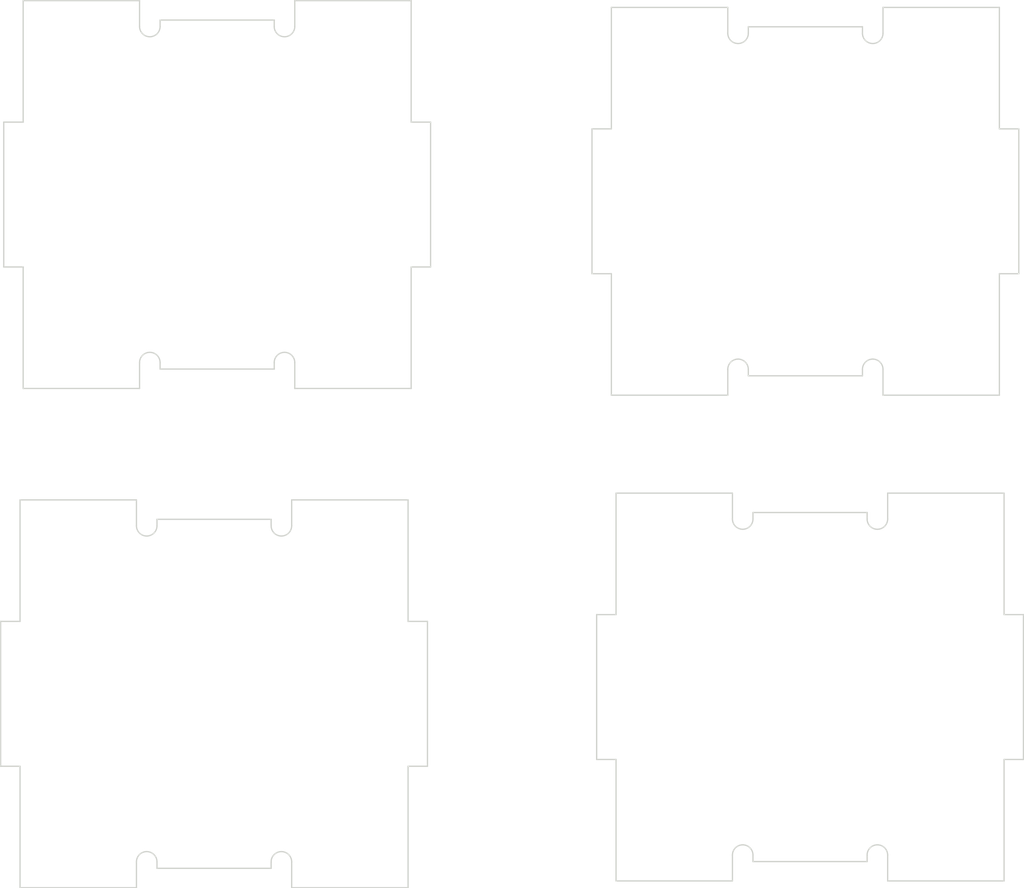
<source format=kicad_pcb>
(kicad_pcb (version 20211014) (generator pcbnew)

  (general
    (thickness 1.6)
  )

  (paper "A4")
  (layers
    (0 "F.Cu" signal)
    (31 "B.Cu" signal)
    (32 "B.Adhes" user "B.Adhesive")
    (33 "F.Adhes" user "F.Adhesive")
    (34 "B.Paste" user)
    (35 "F.Paste" user)
    (36 "B.SilkS" user "B.Silkscreen")
    (37 "F.SilkS" user "F.Silkscreen")
    (38 "B.Mask" user)
    (39 "F.Mask" user)
    (40 "Dwgs.User" user "User.Drawings")
    (41 "Cmts.User" user "User.Comments")
    (42 "Eco1.User" user "User.Eco1")
    (43 "Eco2.User" user "User.Eco2")
    (44 "Edge.Cuts" user)
    (45 "Margin" user)
    (46 "B.CrtYd" user "B.Courtyard")
    (47 "F.CrtYd" user "F.Courtyard")
    (48 "B.Fab" user)
    (49 "F.Fab" user)
    (50 "User.1" user)
    (51 "User.2" user)
    (52 "User.3" user)
    (53 "User.4" user)
    (54 "User.5" user)
    (55 "User.6" user)
    (56 "User.7" user)
    (57 "User.8" user)
    (58 "User.9" user)
  )

  (setup
    (pad_to_mask_clearance 0)
    (pcbplotparams
      (layerselection 0x0001100_7ffffffe)
      (disableapertmacros false)
      (usegerberextensions false)
      (usegerberattributes true)
      (usegerberadvancedattributes true)
      (creategerberjobfile true)
      (svguseinch false)
      (svgprecision 6)
      (excludeedgelayer true)
      (plotframeref false)
      (viasonmask false)
      (mode 1)
      (useauxorigin false)
      (hpglpennumber 1)
      (hpglpenspeed 20)
      (hpglpendiameter 15.000000)
      (dxfpolygonmode true)
      (dxfimperialunits true)
      (dxfusepcbnewfont true)
      (psnegative false)
      (psa4output false)
      (plotreference true)
      (plotvalue true)
      (plotinvisibletext false)
      (sketchpadsonfab false)
      (subtractmaskfromsilk false)
      (outputformat 1)
      (mirror false)
      (drillshape 0)
      (scaleselection 1)
      (outputdirectory "../sun-box/")
    )
  )

  (net 0 "")

  (gr_line (start 68.22 84.223125) (end 68.22 69.223125) (layer "Dwgs.User") (width 0.1) (tstamp 01611c1c-7827-46f6-84b4-1c4d1bd53204))
  (gr_line (start 105.196875 77.803125) (end 108.403125 77.803125) (layer "Dwgs.User") (width 0.1) (tstamp 03a04415-8312-4e99-8b01-9482dc5ce4b5))
  (gr_line (start 113.94 31.123125) (end 98.94 31.123125) (layer "Dwgs.User") (width 0.1) (tstamp 064e4476-fb19-409e-b9fe-3060fc3ce4a9))
  (gr_line (start 68.22 69.223125) (end 53.22 69.223125) (layer "Dwgs.User") (width 0.1) (tstamp 0881df40-ff8d-4e1b-ada5-b1bff4f68e1c))
  (gr_line (start 114.3 83.7) (end 114.3 68.7) (layer "Dwgs.User") (width 0.1) (tstamp 0cdc7e44-bd67-46e8-9d1d-24d8c7507c08))
  (gr_line (start 111.043125 34.02) (end 101.836875 34.02) (layer "Dwgs.User") (width 0.1) (tstamp 0ed7d960-540d-4489-b4b3-f65ca03f910b))
  (gr_line (start 101.836875 34.02) (end 101.836875 43.22625) (layer "Dwgs.User") (width 0.1) (tstamp 126313fc-1aba-4ecc-a632-8cb5bd7a914b))
  (gr_line (start 108.403125 74.596875) (end 105.196875 74.596875) (layer "Dwgs.User") (width 0.1) (tstamp 158db520-1b7a-446a-9550-a44e7065c151))
  (gr_line (start 68.22 69.223125) (end 53.22 69.223125) (layer "Dwgs.User") (width 0.1) (tstamp 1ac91a52-20c6-49aa-b176-e035085b678e))
  (gr_line (start 114.3 83.7) (end 114.3 68.7) (layer "Dwgs.User") (width 0.1) (tstamp 1c0884dc-cab2-47bb-a5f5-95d24d8501a1))
  (gr_line (start 98.94 31.123125) (end 98.94 46.123125) (layer "Dwgs.User") (width 0.1) (tstamp 1c710d37-17c6-4b86-bd7c-177456c8ad55))
  (gr_line (start 68.46 30.6) (end 53.46 30.6) (layer "Dwgs.User") (width 0.1) (tstamp 1ca274a1-28ac-4bef-90d3-ece69ffb8fc9))
  (gr_line (start 111.403125 71.596875) (end 102.196875 71.596875) (layer "Dwgs.User") (width 0.1) (tstamp 2793afa1-6596-4a8a-9baf-875853cd5692))
  (gr_line (start 108.043125 37.02) (end 104.836875 37.02) (layer "Dwgs.User") (width 0.1) (tstamp 308cd87e-e5f9-4776-8192-fd87d03b5922))
  (gr_line (start 102.196875 71.596875) (end 102.196875 80.803125) (layer "Dwgs.User") (width 0.1) (tstamp 3809e5c0-81ae-4420-ba19-17687e3a9d96))
  (gr_line (start 65.563125 42.703125) (end 65.563125 33.496875) (layer "Dwgs.User") (width 0.1) (tstamp 39b3ec82-6186-42c4-ae47-8367cb919e3d))
  (gr_line (start 68.46 45.6) (end 68.46 30.6) (layer "Dwgs.User") (width 0.1) (tstamp 3b3b10cd-38dd-4e5f-82a3-01fe537c2aa0))
  (gr_line (start 104.836875 40.22625) (end 108.043125 40.22625) (layer "Dwgs.User") (width 0.1) (tstamp 4607a5fc-cd9e-4d6c-a107-15c6494e8ee1))
  (gr_line (start 114.3 68.7) (end 99.3 68.7) (layer "Dwgs.User") (width 0.1) (tstamp 5292a10c-da08-4344-a2a6-1ccd10f5d101))
  (gr_line (start 98.94 46.123125) (end 113.94 46.123125) (layer "Dwgs.User") (width 0.1) (tstamp 589465da-fc06-409d-af1a-a50e9715f75b))
  (gr_line (start 68.46 30.6) (end 53.46 30.6) (layer "Dwgs.User") (width 0.1) (tstamp 592120dc-40ed-403c-a75c-1fa38e716d33))
  (gr_line (start 59.356875 36.496875) (end 59.356875 39.703125) (layer "Dwgs.User") (width 0.1) (tstamp 595bd465-69e0-4e1c-9c9e-4ef81d64fb02))
  (gr_line (start 62.323125 78.32625) (end 62.323125 75.12) (layer "Dwgs.User") (width 0.1) (tstamp 60468e66-e622-4a93-af14-0f9843c4dcd1))
  (gr_line (start 53.46 30.6) (end 53.46 45.6) (layer "Dwgs.User") (width 0.1) (tstamp 62610ca9-def3-49b6-89ce-b0f11990a90c))
  (gr_line (start 65.563125 33.496875) (end 56.356875 33.496875) (layer "Dwgs.User") (width 0.1) (tstamp 63e20648-d5be-42ef-8e9c-82b20014c208))
  (gr_line (start 62.563125 39.703125) (end 62.563125 36.496875) (layer "Dwgs.User") (width 0.1) (tstamp 63fc6932-bd6c-4e9a-9bd2-2cb7ac0e1fbf))
  (gr_line (start 98.94 31.123125) (end 98.94 46.123125) (layer "Dwgs.User") (width 0.1) (tstamp 69483bd9-8371-471e-a8f4-892acb1e9d4b))
  (gr_line (start 108.403125 77.803125) (end 108.403125 74.596875) (layer "Dwgs.User") (width 0.1) (tstamp 6a4777ab-87d8-46e4-b869-0265bc407a91))
  (gr_line (start 101.836875 43.22625) (end 111.043125 43.22625) (layer "Dwgs.User") (width 0.1) (tstamp 6a621e2a-15af-4167-968d-a7e85850a5a6))
  (gr_line (start 56.356875 33.496875) (end 56.356875 42.703125) (layer "Dwgs.User") (width 0.1) (tstamp 6b5750ab-3a83-4c2b-a8bd-f0d4af4090c3))
  (gr_line (start 53.46 45.6) (end 68.46 45.6) (layer "Dwgs.User") (width 0.1) (tstamp 6be11e50-305c-49ae-b454-4adb7ae679c7))
  (gr_line (start 53.22 69.223125) (end 53.22 84.223125) (layer "Dwgs.User") (width 0.1) (tstamp 6f9eea80-4475-4831-8a0d-d3258a59731f))
  (gr_line (start 114.3 68.7) (end 99.3 68.7) (layer "Dwgs.User") (width 0.1) (tstamp 717a2e73-bbbd-4038-82ea-d50e348aba3d))
  (gr_line (start 53.22 84.223125) (end 68.22 84.223125) (layer "Dwgs.User") (width 0.1) (tstamp 797d480c-709a-409b-b622-8dfd22005a7e))
  (gr_line (start 111.403125 80.803125) (end 111.403125 71.596875) (layer "Dwgs.User") (width 0.1) (tstamp 7dee02d3-4ab1-4115-b0fe-79d4653efff0))
  (gr_line (start 111.043125 43.22625) (end 111.043125 34.02) (layer "Dwgs.User") (width 0.1) (tstamp 7f9bd8e0-cfac-40a8-8576-608bb2287f75))
  (gr_line (start 65.323125 81.32625) (end 65.323125 72.12) (layer "Dwgs.User") (width 0.1) (tstamp 81a2adfc-819b-473c-84bd-29acf0132354))
  (gr_line (start 56.116875 72.12) (end 56.116875 81.32625) (layer "Dwgs.User") (width 0.1) (tstamp 81ca0187-50b9-4abb-95be-0e5bdfd755af))
  (gr_line (start 53.22 84.223125) (end 68.22 84.223125) (layer "Dwgs.User") (width 0.1) (tstamp 885a5359-34fa-4c0b-8502-eb4ff4450ae6))
  (gr_line (start 53.46 30.6) (end 53.46 45.6) (layer "Dwgs.User") (width 0.1) (tstamp 88ba25e1-4695-4499-bf8b-ba4aee09a480))
  (gr_line (start 99.3 68.7) (end 99.3 83.7) (layer "Dwgs.User") (width 0.1) (tstamp 9339110c-5f59-4734-b841-121ec522f6b2))
  (gr_line (start 104.836875 37.02) (end 104.836875 40.22625) (layer "Dwgs.User") (width 0.1) (tstamp 977c37b0-2df8-4020-b591-8e5e68820143))
  (gr_line (start 56.116875 81.32625) (end 65.323125 81.32625) (layer "Dwgs.User") (width 0.1) (tstamp 9a6788a2-76d4-4b26-80cb-755510aeba48))
  (gr_line (start 99.3 83.7) (end 114.3 83.7) (layer "Dwgs.User") (width 0.1) (tstamp 9b8d0d2e-a824-41f0-b224-419935239b55))
  (gr_line (start 68.46 45.6) (end 68.46 30.6) (layer "Dwgs.User") (width 0.1) (tstamp a5da1da6-d449-4097-8644-9735353015bd))
  (gr_line (start 65.323125 72.12) (end 56.116875 72.12) (layer "Dwgs.User") (width 0.1) (tstamp a8479924-3bdd-4114-be76-22c7808b1739))
  (gr_line (start 59.116875 75.12) (end 59.116875 78.32625) (layer "Dwgs.User") (width 0.1) (tstamp ad50665e-3264-4f6c-9220-43cb1ce8b3a5))
  (gr_line (start 99.3 83.7) (end 114.3 83.7) (layer "Dwgs.User") (width 0.1) (tstamp adcb09e9-6e37-4ef2-b38f-3865f78da183))
  (gr_line (start 108.043125 40.22625) (end 108.043125 37.02) (layer "Dwgs.User") (width 0.1) (tstamp ae18452b-0041-473d-8702-6225cefd6718))
  (gr_line (start 59.116875 78.32625) (end 62.323125 78.32625) (layer "Dwgs.User") (width 0.1) (tstamp b1faf649-b79c-4c38-8423-b97143782d39))
  (gr_line (start 113.94 31.123125) (end 98.94 31.123125) (layer "Dwgs.User") (width 0.1) (tstamp b553a29e-2827-47b3-9fd5-95c3b62d6642))
  (gr_line (start 105.196875 74.596875) (end 105.196875 77.803125) (layer "Dwgs.User") (width 0.1) (tstamp b759aa07-0fe1-43be-a509-383066e5b460))
  (gr_line (start 113.94 46.123125) (end 113.94 31.123125) (layer "Dwgs.User") (width 0.1) (tstamp bba733bc-7903-443c-b19f-25a322f3193d))
  (gr_line (start 62.323125 75.12) (end 59.116875 75.12) (layer "Dwgs.User") (width 0.1) (tstamp c63761b6-54ff-44f2-ac98-bcc4065dc3df))
  (gr_line (start 68.22 84.223125) (end 68.22 69.223125) (layer "Dwgs.User") (width 0.1) (tstamp c6e28b0f-68a6-4c62-8054-ebdebfd6e3f5))
  (gr_line (start 102.196875 80.803125) (end 111.403125 80.803125) (layer "Dwgs.User") (width 0.1) (tstamp ca4d5f24-2b4a-4f46-88f7-68a40a16855c))
  (gr_line (start 113.94 46.123125) (end 113.94 31.123125) (layer "Dwgs.User") (width 0.1) (tstamp d412abd8-cac8-427f-bff0-ddc71a277ec1))
  (gr_line (start 59.356875 39.703125) (end 62.563125 39.703125) (layer "Dwgs.User") (width 0.1) (tstamp d9e64e14-0c09-4ed7-98f3-076c77745283))
  (gr_line (start 62.563125 36.496875) (end 59.356875 36.496875) (layer "Dwgs.User") (width 0.1) (tstamp ddc30787-5e20-4a43-af58-38a13d4dbcee))
  (gr_line (start 53.22 69.223125) (end 53.22 84.223125) (layer "Dwgs.User") (width 0.1) (tstamp e221087e-058c-4b21-8898-47d37c557d03))
  (gr_line (start 98.94 46.123125) (end 113.94 46.123125) (layer "Dwgs.User") (width 0.1) (tstamp e83c8ec5-930c-4f8c-a146-f157d1d29d8c))
  (gr_line (start 56.356875 42.703125) (end 65.563125 42.703125) (layer "Dwgs.User") (width 0.1) (tstamp eef64fab-273b-4bc6-b617-05224fe1bf63))
  (gr_line (start 53.46 45.6) (end 68.46 45.6) (layer "Dwgs.User") (width 0.1) (tstamp f3dbcc3a-aa99-4935-b799-bbfcb83b6585))
  (gr_line (start 99.3 68.7) (end 99.3 83.7) (layer "Dwgs.User") (width 0.1) (tstamp fa46047f-9fa7-4019-b4fa-b0162b387bdb))
  (gr_line (start 77.46 32.496875) (end 75.96 32.496875) (layer "Edge.Cuts") (width 0.1) (tstamp 0099ec52-1916-4844-9656-cb5069277b22))
  (gr_line (start 112.44 23.623125) (end 112.44 25.623125) (layer "Edge.Cuts") (width 0.1) (tstamp 01f73797-48cf-4358-9053-e7cfa1546223))
  (gr_line (start 45.72 71.12) (end 44.22 71.12) (layer "Edge.Cuts") (width 0.1) (tstamp 046785b1-0079-4c25-83d6-009f45786425))
  (gr_arc (start 65.3725 51.1) (mid 66.16625 50.30625) (end 66.96 51.1) (layer "Edge.Cuts") (width 0.1) (tstamp 071b5199-94b8-4111-99c7-46dfcaba6a1d))
  (gr_arc (start 102.3875 63.2) (mid 101.59375 63.99375) (end 100.8 63.2) (layer "Edge.Cuts") (width 0.1) (tstamp 0a7f09d5-5aa7-453f-984b-0446c257e966))
  (gr_line (start 65.3725 25.1) (end 65.3725 24.6) (layer "Edge.Cuts") (width 0.1) (tstamp 0cfe30d4-8a2e-42e6-bb9c-6a9c16273fbe))
  (gr_line (start 75.72 82.32625) (end 77.22 82.32625) (layer "Edge.Cuts") (width 0.1) (tstamp 0f7d5c7e-bf0d-4f7f-ad73-190d81b189e7))
  (gr_line (start 65.1325 63.223125) (end 56.3075 63.223125) (layer "Edge.Cuts") (width 0.1) (tstamp 11907422-8ded-4980-a4bc-5af3538ccc1e))
  (gr_line (start 100.8 91.2) (end 100.8 89.2) (layer "Edge.Cuts") (width 0.1) (tstamp 11aa0982-a93a-4b18-ae08-bff07a649f3e))
  (gr_line (start 91.8 91.2) (end 100.8 91.2) (layer "Edge.Cuts") (width 0.1) (tstamp 13aa53a3-7a1b-4e1c-9461-f126e92e4c01))
  (gr_line (start 100.8 63.2) (end 100.8 61.2) (layer "Edge.Cuts") (width 0.1) (tstamp 158b4ba5-00eb-45ec-9525-dee6b9307b00))
  (gr_arc (start 111.2125 89.2) (mid 112.00625 88.40625) (end 112.8 89.2) (layer "Edge.Cuts") (width 0.1) (tstamp 19500ed4-7239-4428-b916-34ee56887c7d))
  (gr_line (start 66.72 61.723125) (end 66.72 63.723125) (layer "Edge.Cuts") (width 0.1) (tstamp 1bdfd41e-86de-4680-bfff-336c2b169784))
  (gr_line (start 44.22 71.12) (end 44.22 82.32625) (layer "Edge.Cuts") (width 0.1) (tstamp 1fa6c500-8a45-44f8-b6dd-1c14edb144ce))
  (gr_line (start 75.96 53.1) (end 75.96 43.703125) (layer "Edge.Cuts") (width 0.1) (tstamp 22f63f0d-01f3-4942-ad30-06effc03b6c8))
  (gr_line (start 75.72 61.723125) (end 66.72 61.723125) (layer "Edge.Cuts") (width 0.1) (tstamp 24d91e14-c7d9-4a34-9bbd-fa4cf577cc62))
  (gr_line (start 112.8 61.2) (end 112.8 63.2) (layer "Edge.Cuts") (width 0.1) (tstamp 2543ce64-f8df-47b8-80a8-b35b881c43a0))
  (gr_line (start 123.3 81.803125) (end 123.3 70.596875) (layer "Edge.Cuts") (width 0.1) (tstamp 25873ac3-9827-4ed3-a420-a91724bfd85f))
  (gr_arc (start 112.8 63.2) (mid 112.00625 63.99375) (end 111.2125 63.2) (layer "Edge.Cuts") (width 0.1) (tstamp 2a35be94-6e38-463f-8281-eda876c59336))
  (gr_line (start 121.8 91.2) (end 121.8 81.803125) (layer "Edge.Cuts") (width 0.1) (tstamp 2b414285-db66-4754-93eb-fd4d91244496))
  (gr_line (start 54.96 25.1) (end 54.96 23.1) (layer "Edge.Cuts") (width 0.1) (tstamp 30a6bbf3-045c-4024-976a-4ca772aa4f2a))
  (gr_line (start 111.2125 89.7) (end 111.2125 89.2) (layer "Edge.Cuts") (width 0.1) (tstamp 30c9c300-8645-4d74-8c81-cc9babe96e45))
  (gr_line (start 65.1325 90.223125) (end 65.1325 89.723125) (layer "Edge.Cuts") (width 0.1) (tstamp 321301fa-da3a-44f7-9e16-d94e485e18a9))
  (gr_line (start 75.96 32.496875) (end 75.96 23.1) (layer "Edge.Cuts") (width 0.1) (tstamp 387e3e50-e41f-45aa-ac08-4806f2929e53))
  (gr_line (start 54.96 23.1) (end 45.96 23.1) (layer "Edge.Cuts") (width 0.1) (tstamp 39095acd-e317-4ca7-b16d-947eeabdf4f1))
  (gr_line (start 121.8 81.803125) (end 123.3 81.803125) (layer "Edge.Cuts") (width 0.1) (tstamp 3a02ef75-3f18-49cc-b272-f96b87ac5105))
  (gr_arc (start 100.8 89.2) (mid 101.59375 88.40625) (end 102.3875 89.2) (layer "Edge.Cuts") (width 0.1) (tstamp 3c387772-0a73-4cfc-8e01-4ce30b07c36d))
  (gr_arc (start 65.1325 89.723125) (mid 65.92625 88.929375) (end 66.72 89.723125) (layer "Edge.Cuts") (width 0.1) (tstamp 3d1ee6d1-aece-487d-b4dc-5c07188692e8))
  (gr_line (start 91.8 70.596875) (end 90.3 70.596875) (layer "Edge.Cuts") (width 0.1) (tstamp 3ea8c9bf-e5d1-4a8a-8b02-54590ef80fad))
  (gr_line (start 75.96 43.703125) (end 77.46 43.703125) (layer "Edge.Cuts") (width 0.1) (tstamp 3fa3e779-67ed-45e1-ae40-83519a287bc8))
  (gr_line (start 44.46 32.496875) (end 44.46 43.703125) (layer "Edge.Cuts") (width 0.1) (tstamp 415d3277-bdde-423e-8b95-5f0a913b6a23))
  (gr_line (start 77.46 43.703125) (end 77.46 32.496875) (layer "Edge.Cuts") (width 0.1) (tstamp 437dafaa-5df4-473a-a813-5296a15fbb6a))
  (gr_line (start 121.8 70.596875) (end 121.8 61.2) (layer "Edge.Cuts") (width 0.1) (tstamp 45ea1356-160a-443b-8752-88c670138145))
  (gr_line (start 102.0275 51.623125) (end 102.0275 52.123125) (layer "Edge.Cuts") (width 0.1) (tstamp 46f75845-09b3-4dfb-b279-60f31ebbff1b))
  (gr_line (start 121.44 23.623125) (end 112.44 23.623125) (layer "Edge.Cuts") (width 0.1) (tstamp 4c4ad75a-6250-40ee-b4f3-8d11e445a436))
  (gr_line (start 45.72 82.32625) (end 45.72 91.723125) (layer "Edge.Cuts") (width 0.1) (tstamp 4fcd1fe4-c0a6-46f2-b26e-ccd24e2a6d50))
  (gr_line (start 100.8 61.2) (end 91.8 61.2) (layer "Edge.Cuts") (width 0.1) (tstamp 50029204-fc92-4e10-8b1c-0d183f75642a))
  (gr_line (start 100.44 25.623125) (end 100.44 23.623125) (layer "Edge.Cuts") (width 0.1) (tstamp 509c687c-bee7-40aa-a0a2-51937091bd7c))
  (gr_arc (start 100.44 51.623125) (mid 101.23375 50.829375) (end 102.0275 51.623125) (layer "Edge.Cuts") (width 0.1) (tstamp 51471eb1-4dc6-4141-9675-8ec6d3a8fb42))
  (gr_line (start 90.3 70.596875) (end 90.3 81.803125) (layer "Edge.Cuts") (width 0.1) (tstamp 5699d05c-04d0-4a68-95a7-c74d234460bc))
  (gr_line (start 102.3875 62.7) (end 102.3875 63.2) (layer "Edge.Cuts") (width 0.1) (tstamp 5742372b-9be3-45d2-9873-d5c93bf0eaf6))
  (gr_arc (start 56.3075 63.723125) (mid 55.51375 64.516875) (end 54.72 63.723125) (layer "Edge.Cuts") (width 0.1) (tstamp 64de7737-2281-4e00-b323-aa5f2983df61))
  (gr_line (start 121.44 53.623125) (end 121.44 44.22625) (layer "Edge.Cuts") (width 0.1) (tstamp 652ba664-43a5-4eb5-9b1e-cb5d554ee655))
  (gr_line (start 102.3875 89.7) (end 111.2125 89.7) (layer "Edge.Cuts") (width 0.1) (tstamp 69f2d4a8-24e0-4f4a-a8e4-a427550c675e))
  (gr_line (start 66.96 23.1) (end 66.96 25.1) (layer "Edge.Cuts") (width 0.1) (tstamp 6acc660e-5799-4c97-9e13-8201dd96a8af))
  (gr_line (start 75.72 91.723125) (end 75.72 82.32625) (layer "Edge.Cuts") (width 0.1) (tstamp 6cb188f6-42ac-490e-8d87-0133f9178fba))
  (gr_line (start 66.72 89.723125) (end 66.72 91.723125) (layer "Edge.Cuts") (width 0.1) (tstamp 6e9c928b-5ff7-487c-8b0e-65d2c485b312))
  (gr_line (start 121.44 33.02) (end 121.44 23.623125) (layer "Edge.Cuts") (width 0.1) (tstamp 70e032cb-fa84-498f-a667-0596107347ad))
  (gr_line (start 45.96 43.703125) (end 45.96 53.1) (layer "Edge.Cuts") (width 0.1) (tstamp 7192bccb-ef08-4ae3-8769-8209a06f8516))
  (gr_line (start 44.46 43.703125) (end 45.96 43.703125) (layer "Edge.Cuts") (width 0.1) (tstamp 7528c906-e711-4fbf-bf1e-b9db0cfc3a31))
  (gr_line (start 65.1325 63.723125) (end 65.1325 63.223125) (layer "Edge.Cuts") (width 0.1) (tstamp 7a5e9e73-64c3-46e6-958e-d1cc85b83337))
  (gr_line (start 66.72 91.723125) (end 75.72 91.723125) (layer "Edge.Cuts") (width 0.1) (tstamp 7e15fb33-c50d-45b4-af74-59e2aa04f31b))
  (gr_line (start 56.5475 51.6) (end 65.3725 51.6) (layer "Edge.Cuts") (width 0.1) (tstamp 7e7359aa-ff7a-4eb9-95e3-6e6e6b05bf0d))
  (gr_line (start 91.44 53.623125) (end 100.44 53.623125) (layer "Edge.Cuts") (width 0.1) (tstamp 837fc5e2-fa4c-434b-b1dc-7bd20726d47d))
  (gr_line (start 122.94 33.02) (end 121.44 33.02) (layer "Edge.Cuts") (width 0.1) (tstamp 84199ba7-46e2-4466-8ddc-0c3479d4412e))
  (gr_line (start 90.3 81.803125) (end 91.8 81.803125) (layer "Edge.Cuts") (width 0.1) (tstamp 8642e1e1-66c3-4cb8-8a91-d3e29239dcb0))
  (gr_line (start 54.72 63.723125) (end 54.72 61.723125) (layer "Edge.Cuts") (width 0.1) (tstamp 86b4a047-dbcd-4d0e-b257-0d88610a4ea9))
  (gr_line (start 65.3725 51.6) (end 65.3725 51.1) (layer "Edge.Cuts") (width 0.1) (tstamp 88506ca8-e80e-40b8-8f5d-cd4ef300a703))
  (gr_line (start 45.72 91.723125) (end 54.72 91.723125) (layer "Edge.Cuts") (width 0.1) (tstamp 88a35772-5cda-43d5-aa50-83e40421dd65))
  (gr_arc (start 112.44 25.623125) (mid 111.64625 26.416875) (end 110.8525 25.623125) (layer "Edge.Cuts") (width 0.1) (tstamp 8a14a9b9-16d1-4043-a328-7367007e4ae7))
  (gr_arc (start 54.72 89.723125) (mid 55.51375 88.929375) (end 56.3075 89.723125) (layer "Edge.Cuts") (width 0.1) (tstamp 903dc044-cc7b-4a8a-936f-b288722ef825))
  (gr_arc (start 56.5475 25.1) (mid 55.75375 25.89375) (end 54.96 25.1) (layer "Edge.Cuts") (width 0.1) (tstamp 9264440c-b572-4a76-9588-0c69c30f3494))
  (gr_line (start 77.22 82.32625) (end 77.22 71.12) (layer "Edge.Cuts") (width 0.1) (tstamp 92714996-d499-4c8c-8d91-a60516fceb14))
  (gr_line (start 112.8 91.2) (end 121.8 91.2) (layer "Edge.Cuts") (width 0.1) (tstamp 943f947d-17bc-4e5c-b8cd-a720125de9b1))
  (gr_line (start 112.8 89.2) (end 112.8 91.2) (layer "Edge.Cuts") (width 0.1) (tstamp 991b23bb-d284-486e-b177-6b57415a4d4f))
  (gr_line (start 102.0275 52.123125) (end 110.8525 52.123125) (layer "Edge.Cuts") (width 0.1) (tstamp 9a1edc1c-437a-48dc-8078-503ed55f049b))
  (gr_line (start 122.94 44.22625) (end 122.94 33.02) (layer "Edge.Cuts") (width 0.1) (tstamp 9abd18ac-957d-4fc5-b693-7a0fcfe09551))
  (gr_line (start 66.96 53.1) (end 75.96 53.1) (layer "Edge.Cuts") (width 0.1) (tstamp 9bb54e14-4c3e-4025-99b6-fc3e9a1213d0))
  (gr_line (start 110.8525 52.123125) (end 110.8525 51.623125) (layer "Edge.Cuts") (width 0.1) (tstamp 9bd09c46-a811-4030-9f4f-58603525be99))
  (gr_line (start 123.3 70.596875) (end 121.8 70.596875) (layer "Edge.Cuts") (width 0.1) (tstamp 9cf7c610-6fc5-4c80-9e46-64a13f31d162))
  (gr_arc (start 102.0275 25.623125) (mid 101.23375 26.416875) (end 100.44 25.623125) (layer "Edge.Cuts") (width 0.1) (tstamp a2ba7381-8dd2-4604-aff1-7250c9170f44))
  (gr_line (start 54.96 53.1) (end 54.96 51.1) (layer "Edge.Cuts") (width 0.1) (tstamp a4ffe141-7d53-4814-b615-9fd7426560ae))
  (gr_line (start 54.72 61.723125) (end 45.72 61.723125) (layer "Edge.Cuts") (width 0.1) (tstamp a6ab13b4-3f05-4b87-9b3b-be8f0fcc87d8))
  (gr_line (start 89.94 44.22625) (end 91.44 44.22625) (layer "Edge.Cuts") (width 0.1) (tstamp a6b7b319-b6b6-4458-aa13-bb706d2d5579))
  (gr_line (start 110.8525 25.123125) (end 102.0275 25.123125) (layer "Edge.Cuts") (width 0.1) (tstamp a9d8be54-d7b8-4fc7-a9e0-311751251e17))
  (gr_arc (start 110.8525 51.623125) (mid 111.64625 50.829375) (end 112.44 51.623125) (layer "Edge.Cuts") (width 0.1) (tstamp aa901661-7fe4-4107-8f4b-7a21e441541c))
  (gr_line (start 45.96 23.1) (end 45.96 32.496875) (layer "Edge.Cuts") (width 0.1) (tstamp ab702747-e3da-4a77-98c4-348aa5b931d0))
  (gr_line (start 45.96 53.1) (end 54.96 53.1) (layer "Edge.Cuts") (width 0.1) (tstamp b2dab1de-fffb-4ab0-b73d-d9c7f1c366ea))
  (gr_line (start 54.72 91.723125) (end 54.72 89.723125) (layer "Edge.Cuts") (width 0.1) (tstamp b365557a-b827-43ce-9fb4-dca07392a1db))
  (gr_line (start 91.44 33.02) (end 89.94 33.02) (layer "Edge.Cuts") (width 0.1) (tstamp b3c439fd-a216-454d-a556-78fe8d843f06))
  (gr_line (start 112.44 53.623125) (end 121.44 53.623125) (layer "Edge.Cuts") (width 0.1) (tstamp b5bb9275-d1e8-4555-8e67-05cd589fa54c))
  (gr_line (start 75.72 71.12) (end 75.72 61.723125) (layer "Edge.Cuts") (width 0.1) (tstamp bbeca02f-7f7d-4726-807f-4fbc47fbba5e))
  (gr_line (start 91.8 81.803125) (end 91.8 91.2) (layer "Edge.Cuts") (width 0.1) (tstamp bde92d3d-daf5-49b1-bd96-33460764f351))
  (gr_line (start 100.44 23.623125) (end 91.44 23.623125) (layer "Edge.Cuts") (width 0.1) (tstamp bdf913d9-e51e-43ea-b5a7-4e52cf790969))
  (gr_line (start 75.96 23.1) (end 66.96 23.1) (layer "Edge.Cuts") (width 0.1) (tstamp c06da9e3-df27-479a-b8a2-0fca157a4d97))
  (gr_line (start 91.44 23.623125) (end 91.44 33.02) (layer "Edge.Cuts") (width 0.1) (tstamp c22b4e4a-366e-4d1e-9d79-a1dcc7f1173c))
  (gr_line (start 89.94 33.02) (end 89.94 44.22625) (layer "Edge.Cuts") (width 0.1) (tstamp c4d50b01-13b0-412d-8048-3f3c5a36e81b))
  (gr_line (start 110.8525 25.623125) (end 110.8525 25.123125) (layer "Edge.Cuts") (width 0.1) (tstamp cafb262c-c5b0-47fb-ae6c-efbdd6d95424))
  (gr_line (start 44.22 82.32625) (end 45.72 82.32625) (layer "Edge.Cuts") (width 0.1) (tstamp cc0e4eb8-4198-4c93-a3a8-e3d83ca68a8c))
  (gr_line (start 100.44 53.623125) (end 100.44 51.623125) (layer "Edge.Cuts") (width 0.1) (tstamp cf0e02f1-943b-4009-93d8-1912764573ae))
  (gr_line (start 45.96 32.496875) (end 44.46 32.496875) (layer "Edge.Cuts") (width 0.1) (tstamp cfcf47a7-ada9-4768-b0e6-05ee9d6f9da0))
  (gr_line (start 111.2125 62.7) (end 102.3875 62.7) (layer "Edge.Cuts") (width 0.1) (tstamp d0b50de5-58b4-4408-9ae6-799aef3fe020))
  (gr_line (start 56.5475 51.1) (end 56.5475 51.6) (layer "Edge.Cuts") (width 0.1) (tstamp d196b61f-d32c-417c-8276-7c2bae34468d))
  (gr_line (start 102.0275 25.123125) (end 102.0275 25.623125) (layer "Edge.Cuts") (width 0.1) (tstamp d1b52810-1344-450e-b57a-b62d2de0fa6e))
  (gr_line (start 91.44 44.22625) (end 91.44 53.623125) (layer "Edge.Cuts") (width 0.1) (tstamp d38cadfc-f3b5-4572-a662-522b9accd852))
  (gr_line (start 91.8 61.2) (end 91.8 70.596875) (layer "Edge.Cuts") (width 0.1) (tstamp d4bd5c43-98c9-481d-a71c-0ef782bf5014))
  (gr_line (start 121.8 61.2) (end 112.8 61.2) (layer "Edge.Cuts") (width 0.1) (tstamp dbdae7e6-a693-4ced-9a8e-51407c153f92))
  (gr_line (start 56.3075 63.223125) (end 56.3075 63.723125) (layer "Edge.Cuts") (width 0.1) (tstamp de04b902-236d-4b99-8795-d87cb19ca23d))
  (gr_line (start 45.72 61.723125) (end 45.72 71.12) (layer "Edge.Cuts") (width 0.1) (tstamp df59afef-5dcb-4628-be07-bea23a255ac8))
  (gr_line (start 65.3725 24.6) (end 56.5475 24.6) (layer "Edge.Cuts") (width 0.1) (tstamp e159eb62-e57f-4d8b-b0ec-f0d4afd5d385))
  (gr_line (start 112.44 51.623125) (end 112.44 53.623125) (layer "Edge.Cuts") (width 0.1) (tstamp e4cc466b-8800-4fc5-8418-8bce101020a7))
  (gr_line (start 56.3075 89.723125) (end 56.3075 90.223125) (layer "Edge.Cuts") (width 0.1) (tstamp e77d806b-16dd-400a-bfea-aa14894fb5d3))
  (gr_line (start 56.5475 24.6) (end 56.5475 25.1) (layer "Edge.Cuts") (width 0.1) (tstamp ecf5a23f-b04b-44de-bdd2-70926afad80e))
  (gr_arc (start 66.72 63.723125) (mid 65.92625 64.516875) (end 65.1325 63.723125) (layer "Edge.Cuts") (width 0.1) (tstamp edbb4f98-5112-41a3-b704-fce7d0f2a68d))
  (gr_line (start 111.2125 63.2) (end 111.2125 62.7) (layer "Edge.Cuts") (width 0.1) (tstamp f2354282-0ac7-41ee-a155-747746f9bcba))
  (gr_line (start 77.22 71.12) (end 75.72 71.12) (layer "Edge.Cuts") (width 0.1) (tstamp f254fb29-ca35-43c1-82bd-c4189c12f56b))
  (gr_arc (start 66.96 25.1) (mid 66.16625 25.89375) (end 65.3725 25.1) (layer "Edge.Cuts") (width 0.1) (tstamp f5f452c7-ccfc-45a3-96bd-8cf181f64c7e))
  (gr_line (start 56.3075 90.223125) (end 65.1325 90.223125) (layer "Edge.Cuts") (width 0.1) (tstamp f77be733-32d2-4907-8fa5-dc16ebfeadfb))
  (gr_line (start 102.3875 89.2) (end 102.3875 89.7) (layer "Edge.Cuts") (width 0.1) (tstamp f7f350de-13c9-4523-b45b-8bb1ca5e264b))
  (gr_line (start 121.44 44.22625) (end 122.94 44.22625) (layer "Edge.Cuts") (width 0.1) (tstamp f97f649b-08c8-4966-a748-053b34f26dd6))
  (gr_line (start 66.96 51.1) (end 66.96 53.1) (layer "Edge.Cuts") (width 0.1) (tstamp fa0e22cb-92b9-46de-881e-ba85fff3c9ac))
  (gr_arc (start 54.96 51.1) (mid 55.75375 50.30625) (end 56.5475 51.1) (layer "Edge.Cuts") (width 0.1) (tstamp fbbf94f3-06c1-4e8b-bb8e-cf7dde618bfc))

  (group "" (id 098b4dfe-145f-4335-ae2f-f2bc7dba6f85)
    (members
      1ca274a1-28ac-4bef-90d3-ece69ffb8fc9
      39b3ec82-6186-42c4-ae47-8367cb919e3d
      3b3b10cd-38dd-4e5f-82a3-01fe537c2aa0
      592120dc-40ed-403c-a75c-1fa38e716d33
      595bd465-69e0-4e1c-9c9e-4ef81d64fb02
      62610ca9-def3-49b6-89ce-b0f11990a90c
      63e20648-d5be-42ef-8e9c-82b20014c208
      63fc6932-bd6c-4e9a-9bd2-2cb7ac0e1fbf
      6b5750ab-3a83-4c2b-a8bd-f0d4af4090c3
      6be11e50-305c-49ae-b454-4adb7ae679c7
      88ba25e1-4695-4499-bf8b-ba4aee09a480
      a5da1da6-d449-4097-8644-9735353015bd
      d9e64e14-0c09-4ed7-98f3-076c77745283
      ddc30787-5e20-4a43-af58-38a13d4dbcee
      eef64fab-273b-4bc6-b617-05224fe1bf63
      f3dbcc3a-aa99-4935-b799-bbfcb83b6585
    )
  )
  (group "" (id 205bae94-a351-44fb-acca-6565ce7a519f)
    (members
      01611c1c-7827-46f6-84b4-1c4d1bd53204
      0881df40-ff8d-4e1b-ada5-b1bff4f68e1c
      1ac91a52-20c6-49aa-b176-e035085b678e
      60468e66-e622-4a93-af14-0f9843c4dcd1
      6f9eea80-4475-4831-8a0d-d3258a59731f
      797d480c-709a-409b-b622-8dfd22005a7e
      81a2adfc-819b-473c-84bd-29acf0132354
      81ca0187-50b9-4abb-95be-0e5bdfd755af
      885a5359-34fa-4c0b-8502-eb4ff4450ae6
      9a6788a2-76d4-4b26-80cb-755510aeba48
      a8479924-3bdd-4114-be76-22c7808b1739
      ad50665e-3264-4f6c-9220-43cb1ce8b3a5
      b1faf649-b79c-4c38-8423-b97143782d39
      c63761b6-54ff-44f2-ac98-bcc4065dc3df
      c6e28b0f-68a6-4c62-8054-ebdebfd6e3f5
      e221087e-058c-4b21-8898-47d37c557d03
    )
  )
  (group "" (id 30bba0b3-c3c0-466b-883f-8bdba2cbe7d2)
    (members
      03a04415-8312-4e99-8b01-9482dc5ce4b5
      0cdc7e44-bd67-46e8-9d1d-24d8c7507c08
      158db520-1b7a-446a-9550-a44e7065c151
      1c0884dc-cab2-47bb-a5f5-95d24d8501a1
      2793afa1-6596-4a8a-9baf-875853cd5692
      3809e5c0-81ae-4420-ba19-17687e3a9d96
      5292a10c-da08-4344-a2a6-1ccd10f5d101
      6a4777ab-87d8-46e4-b869-0265bc407a91
      717a2e73-bbbd-4038-82ea-d50e348aba3d
      7dee02d3-4ab1-4115-b0fe-79d4653efff0
      9339110c-5f59-4734-b841-121ec522f6b2
      9b8d0d2e-a824-41f0-b224-419935239b55
      adcb09e9-6e37-4ef2-b38f-3865f78da183
      b759aa07-0fe1-43be-a509-383066e5b460
      ca4d5f24-2b4a-4f46-88f7-68a40a16855c
      fa46047f-9fa7-4019-b4fa-b0162b387bdb
    )
  )
  (group "" (id 4af375c7-1b85-49f7-b524-f3fac892e763)
    (members
      01f73797-48cf-4358-9053-e7cfa1546223
      46f75845-09b3-4dfb-b279-60f31ebbff1b
      4c4ad75a-6250-40ee-b4f3-8d11e445a436
      509c687c-bee7-40aa-a0a2-51937091bd7c
      51471eb1-4dc6-4141-9675-8ec6d3a8fb42
      652ba664-43a5-4eb5-9b1e-cb5d554ee655
      70e032cb-fa84-498f-a667-0596107347ad
      837fc5e2-fa4c-434b-b1dc-7bd20726d47d
      84199ba7-46e2-4466-8ddc-0c3479d4412e
      8a14a9b9-16d1-4043-a328-7367007e4ae7
      9a1edc1c-437a-48dc-8078-503ed55f049b
      9abd18ac-957d-4fc5-b693-7a0fcfe09551
      9bd09c46-a811-4030-9f4f-58603525be99
      a2ba7381-8dd2-4604-aff1-7250c9170f44
      a6b7b319-b6b6-4458-aa13-bb706d2d5579
      a9d8be54-d7b8-4fc7-a9e0-311751251e17
      aa901661-7fe4-4107-8f4b-7a21e441541c
      b3c439fd-a216-454d-a556-78fe8d843f06
      b5bb9275-d1e8-4555-8e67-05cd589fa54c
      bdf913d9-e51e-43ea-b5a7-4e52cf790969
      c22b4e4a-366e-4d1e-9d79-a1dcc7f1173c
      c4d50b01-13b0-412d-8048-3f3c5a36e81b
      cafb262c-c5b0-47fb-ae6c-efbdd6d95424
      cf0e02f1-943b-4009-93d8-1912764573ae
      d1b52810-1344-450e-b57a-b62d2de0fa6e
      d38cadfc-f3b5-4572-a662-522b9accd852
      e4cc466b-8800-4fc5-8418-8bce101020a7
      f97f649b-08c8-4966-a748-053b34f26dd6
    )
  )
  (group "" (id 586c7240-03f3-437e-a73e-1397b455cd65)
    (members
      0a7f09d5-5aa7-453f-984b-0446c257e966
      11aa0982-a93a-4b18-ae08-bff07a649f3e
      13aa53a3-7a1b-4e1c-9461-f126e92e4c01
      158b4ba5-00eb-45ec-9525-dee6b9307b00
      19500ed4-7239-4428-b916-34ee56887c7d
      2543ce64-f8df-47b8-80a8-b35b881c43a0
      25873ac3-9827-4ed3-a420-a91724bfd85f
      2a35be94-6e38-463f-8281-eda876c59336
      2b414285-db66-4754-93eb-fd4d91244496
      30c9c300-8645-4d74-8c81-cc9babe96e45
      3a02ef75-3f18-49cc-b272-f96b87ac5105
      3c387772-0a73-4cfc-8e01-4ce30b07c36d
      3ea8c9bf-e5d1-4a8a-8b02-54590ef80fad
      45ea1356-160a-443b-8752-88c670138145
      50029204-fc92-4e10-8b1c-0d183f75642a
      5699d05c-04d0-4a68-95a7-c74d234460bc
      5742372b-9be3-45d2-9873-d5c93bf0eaf6
      69f2d4a8-24e0-4f4a-a8e4-a427550c675e
      8642e1e1-66c3-4cb8-8a91-d3e29239dcb0
      943f947d-17bc-4e5c-b8cd-a720125de9b1
      991b23bb-d284-486e-b177-6b57415a4d4f
      9cf7c610-6fc5-4c80-9e46-64a13f31d162
      bde92d3d-daf5-49b1-bd96-33460764f351
      d0b50de5-58b4-4408-9ae6-799aef3fe020
      d4bd5c43-98c9-481d-a71c-0ef782bf5014
      dbdae7e6-a693-4ced-9a8e-51407c153f92
      f2354282-0ac7-41ee-a155-747746f9bcba
      f7f350de-13c9-4523-b45b-8bb1ca5e264b
    )
  )
  (group "" (id 819dd666-2760-4440-a202-aa82a7248544)
    (members
      064e4476-fb19-409e-b9fe-3060fc3ce4a9
      0ed7d960-540d-4489-b4b3-f65ca03f910b
      126313fc-1aba-4ecc-a632-8cb5bd7a914b
      1c710d37-17c6-4b86-bd7c-177456c8ad55
      308cd87e-e5f9-4776-8192-fd87d03b5922
      4607a5fc-cd9e-4d6c-a107-15c6494e8ee1
      589465da-fc06-409d-af1a-a50e9715f75b
      69483bd9-8371-471e-a8f4-892acb1e9d4b
      6a621e2a-15af-4167-968d-a7e85850a5a6
      7f9bd8e0-cfac-40a8-8576-608bb2287f75
      977c37b0-2df8-4020-b591-8e5e68820143
      ae18452b-0041-473d-8702-6225cefd6718
      b553a29e-2827-47b3-9fd5-95c3b62d6642
      bba733bc-7903-443c-b19f-25a322f3193d
      d412abd8-cac8-427f-bff0-ddc71a277ec1
      e83c8ec5-930c-4f8c-a146-f157d1d29d8c
    )
  )
  (group "" (id be3c8e96-8228-45d8-95a3-b379e1dec6e8)
    (members
      046785b1-0079-4c25-83d6-009f45786425
      0f7d5c7e-bf0d-4f7f-ad73-190d81b189e7
      11907422-8ded-4980-a4bc-5af3538ccc1e
      1bdfd41e-86de-4680-bfff-336c2b169784
      1fa6c500-8a45-44f8-b6dd-1c14edb144ce
      24d91e14-c7d9-4a34-9bbd-fa4cf577cc62
      321301fa-da3a-44f7-9e16-d94e485e18a9
      3d1ee6d1-aece-487d-b4dc-5c07188692e8
      4fcd1fe4-c0a6-46f2-b26e-ccd24e2a6d50
      64de7737-2281-4e00-b323-aa5f2983df61
      6cb188f6-42ac-490e-8d87-0133f9178fba
      6e9c928b-5ff7-487c-8b0e-65d2c485b312
      7a5e9e73-64c3-46e6-958e-d1cc85b83337
      7e15fb33-c50d-45b4-af74-59e2aa04f31b
      86b4a047-dbcd-4d0e-b257-0d88610a4ea9
      88a35772-5cda-43d5-aa50-83e40421dd65
      903dc044-cc7b-4a8a-936f-b288722ef825
      92714996-d499-4c8c-8d91-a60516fceb14
      a6ab13b4-3f05-4b87-9b3b-be8f0fcc87d8
      b365557a-b827-43ce-9fb4-dca07392a1db
      bbeca02f-7f7d-4726-807f-4fbc47fbba5e
      cc0e4eb8-4198-4c93-a3a8-e3d83ca68a8c
      de04b902-236d-4b99-8795-d87cb19ca23d
      df59afef-5dcb-4628-be07-bea23a255ac8
      e77d806b-16dd-400a-bfea-aa14894fb5d3
      edbb4f98-5112-41a3-b704-fce7d0f2a68d
      f254fb29-ca35-43c1-82bd-c4189c12f56b
      f77be733-32d2-4907-8fa5-dc16ebfeadfb
    )
  )
  (group "" (id c4f814c6-fc29-444d-aa41-fba12b76b5b5)
    (members
      0099ec52-1916-4844-9656-cb5069277b22
      071b5199-94b8-4111-99c7-46dfcaba6a1d
      0cfe30d4-8a2e-42e6-bb9c-6a9c16273fbe
      22f63f0d-01f3-4942-ad30-06effc03b6c8
      30a6bbf3-045c-4024-976a-4ca772aa4f2a
      387e3e50-e41f-45aa-ac08-4806f2929e53
      39095acd-e317-4ca7-b16d-947eeabdf4f1
      3fa3e779-67ed-45e1-ae40-83519a287bc8
      415d3277-bdde-423e-8b95-5f0a913b6a23
      437dafaa-5df4-473a-a813-5296a15fbb6a
      6acc660e-5799-4c97-9e13-8201dd96a8af
      7192bccb-ef08-4ae3-8769-8209a06f8516
      7528c906-e711-4fbf-bf1e-b9db0cfc3a31
      7e7359aa-ff7a-4eb9-95e3-6e6e6b05bf0d
      88506ca8-e80e-40b8-8f5d-cd4ef300a703
      9264440c-b572-4a76-9588-0c69c30f3494
      9bb54e14-4c3e-4025-99b6-fc3e9a1213d0
      a4ffe141-7d53-4814-b615-9fd7426560ae
      ab702747-e3da-4a77-98c4-348aa5b931d0
      b2dab1de-fffb-4ab0-b73d-d9c7f1c366ea
      c06da9e3-df27-479a-b8a2-0fca157a4d97
      cfcf47a7-ada9-4768-b0e6-05ee9d6f9da0
      d196b61f-d32c-417c-8276-7c2bae34468d
      e159eb62-e57f-4d8b-b0ec-f0d4afd5d385
      ecf5a23f-b04b-44de-bdd2-70926afad80e
      f5f452c7-ccfc-45a3-96bd-8cf181f64c7e
      fa0e22cb-92b9-46de-881e-ba85fff3c9ac
      fbbf94f3-06c1-4e8b-bb8e-cf7dde618bfc
    )
  )
)

</source>
